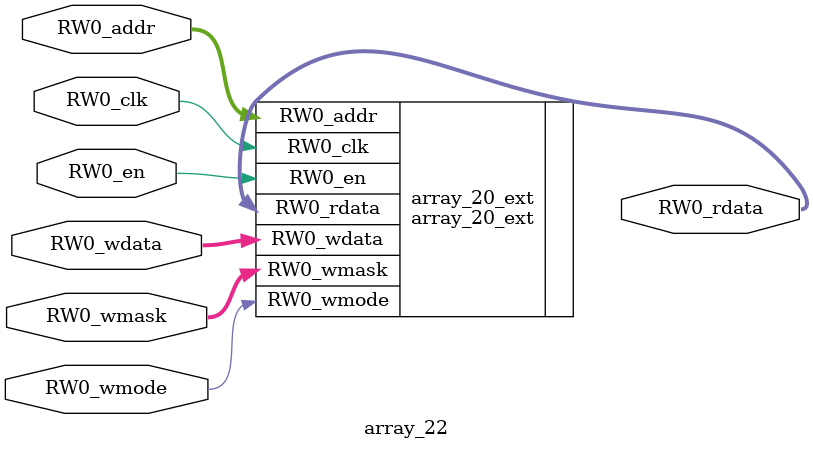
<source format=sv>
`ifndef RANDOMIZE
  `ifdef RANDOMIZE_MEM_INIT
    `define RANDOMIZE
  `endif // RANDOMIZE_MEM_INIT
`endif // not def RANDOMIZE
`ifndef RANDOMIZE
  `ifdef RANDOMIZE_REG_INIT
    `define RANDOMIZE
  `endif // RANDOMIZE_REG_INIT
`endif // not def RANDOMIZE

`ifndef RANDOM
  `define RANDOM $random
`endif // not def RANDOM

// Users can define INIT_RANDOM as general code that gets injected into the
// initializer block for modules with registers.
`ifndef INIT_RANDOM
  `define INIT_RANDOM
`endif // not def INIT_RANDOM

// If using random initialization, you can also define RANDOMIZE_DELAY to
// customize the delay used, otherwise 0.002 is used.
`ifndef RANDOMIZE_DELAY
  `define RANDOMIZE_DELAY 0.002
`endif // not def RANDOMIZE_DELAY

// Define INIT_RANDOM_PROLOG_ for use in our modules below.
`ifndef INIT_RANDOM_PROLOG_
  `ifdef RANDOMIZE
    `ifdef VERILATOR
      `define INIT_RANDOM_PROLOG_ `INIT_RANDOM
    `else  // VERILATOR
      `define INIT_RANDOM_PROLOG_ `INIT_RANDOM #`RANDOMIZE_DELAY begin end
    `endif // VERILATOR
  `else  // RANDOMIZE
    `define INIT_RANDOM_PROLOG_
  `endif // RANDOMIZE
`endif // not def INIT_RANDOM_PROLOG_

// Include register initializers in init blocks unless synthesis is set
`ifndef SYNTHESIS
  `ifndef ENABLE_INITIAL_REG_
    `define ENABLE_INITIAL_REG_
  `endif // not def ENABLE_INITIAL_REG_
`endif // not def SYNTHESIS

// Include rmemory initializers in init blocks unless synthesis is set
`ifndef SYNTHESIS
  `ifndef ENABLE_INITIAL_MEM_
    `define ENABLE_INITIAL_MEM_
  `endif // not def ENABLE_INITIAL_MEM_
`endif // not def SYNTHESIS

module array_22(
  input  [11:0] RW0_addr,
  input         RW0_en,
  input         RW0_clk,
  input         RW0_wmode,
  input  [95:0] RW0_wdata,
  output [95:0] RW0_rdata,
  input  [15:0] RW0_wmask
);

  array_20_ext array_20_ext (
    .RW0_addr  (RW0_addr),
    .RW0_en    (RW0_en),
    .RW0_clk   (RW0_clk),
    .RW0_wmode (RW0_wmode),
    .RW0_wdata (RW0_wdata),
    .RW0_rdata (RW0_rdata),
    .RW0_wmask (RW0_wmask)
  );
endmodule


</source>
